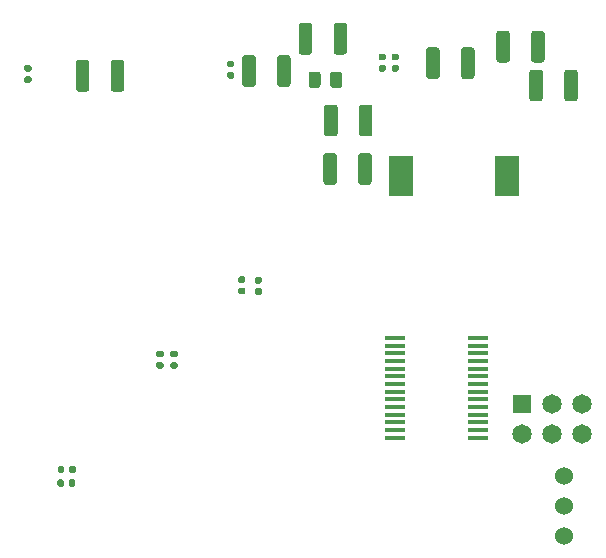
<source format=gbr>
%TF.GenerationSoftware,KiCad,Pcbnew,(5.1.10)-1*%
%TF.CreationDate,2021-06-25T15:36:54-07:00*%
%TF.ProjectId,laser,6c617365-722e-46b6-9963-61645f706362,rev?*%
%TF.SameCoordinates,Original*%
%TF.FileFunction,Soldermask,Bot*%
%TF.FilePolarity,Negative*%
%FSLAX46Y46*%
G04 Gerber Fmt 4.6, Leading zero omitted, Abs format (unit mm)*
G04 Created by KiCad (PCBNEW (5.1.10)-1) date 2021-06-25 15:36:54*
%MOMM*%
%LPD*%
G01*
G04 APERTURE LIST*
%ADD10R,1.650000X1.650000*%
%ADD11C,1.650000*%
%ADD12R,1.800000X0.450000*%
%ADD13R,2.000000X3.500000*%
%ADD14C,1.524000*%
G04 APERTURE END LIST*
D10*
%TO.C,J601*%
X202420000Y-114240000D03*
D11*
X204960000Y-114240000D03*
X207500000Y-114240000D03*
X202420000Y-116780000D03*
X204960000Y-116780000D03*
X207500000Y-116780000D03*
%TD*%
%TO.C,R202*%
G36*
G01*
X186180000Y-87250001D02*
X186180000Y-86349999D01*
G75*
G02*
X186429999Y-86100000I249999J0D01*
G01*
X186955001Y-86100000D01*
G75*
G02*
X187205000Y-86349999I0J-249999D01*
G01*
X187205000Y-87250001D01*
G75*
G02*
X186955001Y-87500000I-249999J0D01*
G01*
X186429999Y-87500000D01*
G75*
G02*
X186180000Y-87250001I0J249999D01*
G01*
G37*
G36*
G01*
X184355000Y-87250001D02*
X184355000Y-86349999D01*
G75*
G02*
X184604999Y-86100000I249999J0D01*
G01*
X185130001Y-86100000D01*
G75*
G02*
X185380000Y-86349999I0J-249999D01*
G01*
X185380000Y-87250001D01*
G75*
G02*
X185130001Y-87500000I-249999J0D01*
G01*
X184604999Y-87500000D01*
G75*
G02*
X184355000Y-87250001I0J249999D01*
G01*
G37*
%TD*%
%TO.C,C211*%
G36*
G01*
X188615000Y-91350001D02*
X188615000Y-89149999D01*
G75*
G02*
X188864999Y-88900000I249999J0D01*
G01*
X189515001Y-88900000D01*
G75*
G02*
X189765000Y-89149999I0J-249999D01*
G01*
X189765000Y-91350001D01*
G75*
G02*
X189515001Y-91600000I-249999J0D01*
G01*
X188864999Y-91600000D01*
G75*
G02*
X188615000Y-91350001I0J249999D01*
G01*
G37*
G36*
G01*
X185665000Y-91350001D02*
X185665000Y-89149999D01*
G75*
G02*
X185914999Y-88900000I249999J0D01*
G01*
X186565001Y-88900000D01*
G75*
G02*
X186815000Y-89149999I0J-249999D01*
G01*
X186815000Y-91350001D01*
G75*
G02*
X186565001Y-91600000I-249999J0D01*
G01*
X185914999Y-91600000D01*
G75*
G02*
X185665000Y-91350001I0J249999D01*
G01*
G37*
%TD*%
%TO.C,C209*%
G36*
G01*
X186755000Y-93249999D02*
X186755000Y-95450001D01*
G75*
G02*
X186505001Y-95700000I-249999J0D01*
G01*
X185854999Y-95700000D01*
G75*
G02*
X185605000Y-95450001I0J249999D01*
G01*
X185605000Y-93249999D01*
G75*
G02*
X185854999Y-93000000I249999J0D01*
G01*
X186505001Y-93000000D01*
G75*
G02*
X186755000Y-93249999I0J-249999D01*
G01*
G37*
G36*
G01*
X189705000Y-93249999D02*
X189705000Y-95450001D01*
G75*
G02*
X189455001Y-95700000I-249999J0D01*
G01*
X188804999Y-95700000D01*
G75*
G02*
X188555000Y-95450001I0J249999D01*
G01*
X188555000Y-93249999D01*
G75*
G02*
X188804999Y-93000000I249999J0D01*
G01*
X189455001Y-93000000D01*
G75*
G02*
X189705000Y-93249999I0J-249999D01*
G01*
G37*
%TD*%
%TO.C,C208*%
G36*
G01*
X186470000Y-84420001D02*
X186470000Y-82219999D01*
G75*
G02*
X186719999Y-81970000I249999J0D01*
G01*
X187370001Y-81970000D01*
G75*
G02*
X187620000Y-82219999I0J-249999D01*
G01*
X187620000Y-84420001D01*
G75*
G02*
X187370001Y-84670000I-249999J0D01*
G01*
X186719999Y-84670000D01*
G75*
G02*
X186470000Y-84420001I0J249999D01*
G01*
G37*
G36*
G01*
X183520000Y-84420001D02*
X183520000Y-82219999D01*
G75*
G02*
X183769999Y-81970000I249999J0D01*
G01*
X184420001Y-81970000D01*
G75*
G02*
X184670000Y-82219999I0J-249999D01*
G01*
X184670000Y-84420001D01*
G75*
G02*
X184420001Y-84670000I-249999J0D01*
G01*
X183769999Y-84670000D01*
G75*
G02*
X183520000Y-84420001I0J249999D01*
G01*
G37*
%TD*%
%TO.C,C204*%
G36*
G01*
X204200000Y-86179999D02*
X204200000Y-88380001D01*
G75*
G02*
X203950001Y-88630000I-249999J0D01*
G01*
X203299999Y-88630000D01*
G75*
G02*
X203050000Y-88380001I0J249999D01*
G01*
X203050000Y-86179999D01*
G75*
G02*
X203299999Y-85930000I249999J0D01*
G01*
X203950001Y-85930000D01*
G75*
G02*
X204200000Y-86179999I0J-249999D01*
G01*
G37*
G36*
G01*
X207150000Y-86179999D02*
X207150000Y-88380001D01*
G75*
G02*
X206900001Y-88630000I-249999J0D01*
G01*
X206249999Y-88630000D01*
G75*
G02*
X206000000Y-88380001I0J249999D01*
G01*
X206000000Y-86179999D01*
G75*
G02*
X206249999Y-85930000I249999J0D01*
G01*
X206900001Y-85930000D01*
G75*
G02*
X207150000Y-86179999I0J-249999D01*
G01*
G37*
%TD*%
%TO.C,C202*%
G36*
G01*
X195460000Y-84289999D02*
X195460000Y-86490001D01*
G75*
G02*
X195210001Y-86740000I-249999J0D01*
G01*
X194559999Y-86740000D01*
G75*
G02*
X194310000Y-86490001I0J249999D01*
G01*
X194310000Y-84289999D01*
G75*
G02*
X194559999Y-84040000I249999J0D01*
G01*
X195210001Y-84040000D01*
G75*
G02*
X195460000Y-84289999I0J-249999D01*
G01*
G37*
G36*
G01*
X198410000Y-84289999D02*
X198410000Y-86490001D01*
G75*
G02*
X198160001Y-86740000I-249999J0D01*
G01*
X197509999Y-86740000D01*
G75*
G02*
X197260000Y-86490001I0J249999D01*
G01*
X197260000Y-84289999D01*
G75*
G02*
X197509999Y-84040000I249999J0D01*
G01*
X198160001Y-84040000D01*
G75*
G02*
X198410000Y-84289999I0J-249999D01*
G01*
G37*
%TD*%
%TO.C,C201*%
G36*
G01*
X203200000Y-85100001D02*
X203200000Y-82899999D01*
G75*
G02*
X203449999Y-82650000I249999J0D01*
G01*
X204100001Y-82650000D01*
G75*
G02*
X204350000Y-82899999I0J-249999D01*
G01*
X204350000Y-85100001D01*
G75*
G02*
X204100001Y-85350000I-249999J0D01*
G01*
X203449999Y-85350000D01*
G75*
G02*
X203200000Y-85100001I0J249999D01*
G01*
G37*
G36*
G01*
X200250000Y-85100001D02*
X200250000Y-82899999D01*
G75*
G02*
X200499999Y-82650000I249999J0D01*
G01*
X201150001Y-82650000D01*
G75*
G02*
X201400000Y-82899999I0J-249999D01*
G01*
X201400000Y-85100001D01*
G75*
G02*
X201150001Y-85350000I-249999J0D01*
G01*
X200499999Y-85350000D01*
G75*
G02*
X200250000Y-85100001I0J249999D01*
G01*
G37*
%TD*%
%TO.C,C505*%
G36*
G01*
X171600000Y-109740000D02*
X171940000Y-109740000D01*
G75*
G02*
X172080000Y-109880000I0J-140000D01*
G01*
X172080000Y-110160000D01*
G75*
G02*
X171940000Y-110300000I-140000J0D01*
G01*
X171600000Y-110300000D01*
G75*
G02*
X171460000Y-110160000I0J140000D01*
G01*
X171460000Y-109880000D01*
G75*
G02*
X171600000Y-109740000I140000J0D01*
G01*
G37*
G36*
G01*
X171600000Y-110700000D02*
X171940000Y-110700000D01*
G75*
G02*
X172080000Y-110840000I0J-140000D01*
G01*
X172080000Y-111120000D01*
G75*
G02*
X171940000Y-111260000I-140000J0D01*
G01*
X171600000Y-111260000D01*
G75*
G02*
X171460000Y-111120000I0J140000D01*
G01*
X171460000Y-110840000D01*
G75*
G02*
X171600000Y-110700000I140000J0D01*
G01*
G37*
%TD*%
%TO.C,C506*%
G36*
G01*
X178530000Y-104400000D02*
X178870000Y-104400000D01*
G75*
G02*
X179010000Y-104540000I0J-140000D01*
G01*
X179010000Y-104820000D01*
G75*
G02*
X178870000Y-104960000I-140000J0D01*
G01*
X178530000Y-104960000D01*
G75*
G02*
X178390000Y-104820000I0J140000D01*
G01*
X178390000Y-104540000D01*
G75*
G02*
X178530000Y-104400000I140000J0D01*
G01*
G37*
G36*
G01*
X178530000Y-103440000D02*
X178870000Y-103440000D01*
G75*
G02*
X179010000Y-103580000I0J-140000D01*
G01*
X179010000Y-103860000D01*
G75*
G02*
X178870000Y-104000000I-140000J0D01*
G01*
X178530000Y-104000000D01*
G75*
G02*
X178390000Y-103860000I0J140000D01*
G01*
X178390000Y-103580000D01*
G75*
G02*
X178530000Y-103440000I140000J0D01*
G01*
G37*
%TD*%
%TO.C,C206*%
G36*
G01*
X190770000Y-85150000D02*
X190430000Y-85150000D01*
G75*
G02*
X190290000Y-85010000I0J140000D01*
G01*
X190290000Y-84730000D01*
G75*
G02*
X190430000Y-84590000I140000J0D01*
G01*
X190770000Y-84590000D01*
G75*
G02*
X190910000Y-84730000I0J-140000D01*
G01*
X190910000Y-85010000D01*
G75*
G02*
X190770000Y-85150000I-140000J0D01*
G01*
G37*
G36*
G01*
X190770000Y-86110000D02*
X190430000Y-86110000D01*
G75*
G02*
X190290000Y-85970000I0J140000D01*
G01*
X190290000Y-85690000D01*
G75*
G02*
X190430000Y-85550000I140000J0D01*
G01*
X190770000Y-85550000D01*
G75*
G02*
X190910000Y-85690000I0J-140000D01*
G01*
X190910000Y-85970000D01*
G75*
G02*
X190770000Y-86110000I-140000J0D01*
G01*
G37*
%TD*%
%TO.C,C210*%
G36*
G01*
X191870000Y-86110000D02*
X191530000Y-86110000D01*
G75*
G02*
X191390000Y-85970000I0J140000D01*
G01*
X191390000Y-85690000D01*
G75*
G02*
X191530000Y-85550000I140000J0D01*
G01*
X191870000Y-85550000D01*
G75*
G02*
X192010000Y-85690000I0J-140000D01*
G01*
X192010000Y-85970000D01*
G75*
G02*
X191870000Y-86110000I-140000J0D01*
G01*
G37*
G36*
G01*
X191870000Y-85150000D02*
X191530000Y-85150000D01*
G75*
G02*
X191390000Y-85010000I0J140000D01*
G01*
X191390000Y-84730000D01*
G75*
G02*
X191530000Y-84590000I140000J0D01*
G01*
X191870000Y-84590000D01*
G75*
G02*
X192010000Y-84730000I0J-140000D01*
G01*
X192010000Y-85010000D01*
G75*
G02*
X191870000Y-85150000I-140000J0D01*
G01*
G37*
%TD*%
%TO.C,C307*%
G36*
G01*
X160760000Y-86110000D02*
X160420000Y-86110000D01*
G75*
G02*
X160280000Y-85970000I0J140000D01*
G01*
X160280000Y-85690000D01*
G75*
G02*
X160420000Y-85550000I140000J0D01*
G01*
X160760000Y-85550000D01*
G75*
G02*
X160900000Y-85690000I0J-140000D01*
G01*
X160900000Y-85970000D01*
G75*
G02*
X160760000Y-86110000I-140000J0D01*
G01*
G37*
G36*
G01*
X160760000Y-87070000D02*
X160420000Y-87070000D01*
G75*
G02*
X160280000Y-86930000I0J140000D01*
G01*
X160280000Y-86650000D01*
G75*
G02*
X160420000Y-86510000I140000J0D01*
G01*
X160760000Y-86510000D01*
G75*
G02*
X160900000Y-86650000I0J-140000D01*
G01*
X160900000Y-86930000D01*
G75*
G02*
X160760000Y-87070000I-140000J0D01*
G01*
G37*
%TD*%
%TO.C,C308*%
G36*
G01*
X177930000Y-85740000D02*
X177590000Y-85740000D01*
G75*
G02*
X177450000Y-85600000I0J140000D01*
G01*
X177450000Y-85320000D01*
G75*
G02*
X177590000Y-85180000I140000J0D01*
G01*
X177930000Y-85180000D01*
G75*
G02*
X178070000Y-85320000I0J-140000D01*
G01*
X178070000Y-85600000D01*
G75*
G02*
X177930000Y-85740000I-140000J0D01*
G01*
G37*
G36*
G01*
X177930000Y-86700000D02*
X177590000Y-86700000D01*
G75*
G02*
X177450000Y-86560000I0J140000D01*
G01*
X177450000Y-86280000D01*
G75*
G02*
X177590000Y-86140000I140000J0D01*
G01*
X177930000Y-86140000D01*
G75*
G02*
X178070000Y-86280000I0J-140000D01*
G01*
X178070000Y-86560000D01*
G75*
G02*
X177930000Y-86700000I-140000J0D01*
G01*
G37*
%TD*%
%TO.C,C403*%
G36*
G01*
X164630000Y-119620000D02*
X164630000Y-119960000D01*
G75*
G02*
X164490000Y-120100000I-140000J0D01*
G01*
X164210000Y-120100000D01*
G75*
G02*
X164070000Y-119960000I0J140000D01*
G01*
X164070000Y-119620000D01*
G75*
G02*
X164210000Y-119480000I140000J0D01*
G01*
X164490000Y-119480000D01*
G75*
G02*
X164630000Y-119620000I0J-140000D01*
G01*
G37*
G36*
G01*
X163670000Y-119620000D02*
X163670000Y-119960000D01*
G75*
G02*
X163530000Y-120100000I-140000J0D01*
G01*
X163250000Y-120100000D01*
G75*
G02*
X163110000Y-119960000I0J140000D01*
G01*
X163110000Y-119620000D01*
G75*
G02*
X163250000Y-119480000I140000J0D01*
G01*
X163530000Y-119480000D01*
G75*
G02*
X163670000Y-119620000I0J-140000D01*
G01*
G37*
%TD*%
%TO.C,C404*%
G36*
G01*
X163640000Y-120780000D02*
X163640000Y-121120000D01*
G75*
G02*
X163500000Y-121260000I-140000J0D01*
G01*
X163220000Y-121260000D01*
G75*
G02*
X163080000Y-121120000I0J140000D01*
G01*
X163080000Y-120780000D01*
G75*
G02*
X163220000Y-120640000I140000J0D01*
G01*
X163500000Y-120640000D01*
G75*
G02*
X163640000Y-120780000I0J-140000D01*
G01*
G37*
G36*
G01*
X164600000Y-120780000D02*
X164600000Y-121120000D01*
G75*
G02*
X164460000Y-121260000I-140000J0D01*
G01*
X164180000Y-121260000D01*
G75*
G02*
X164040000Y-121120000I0J140000D01*
G01*
X164040000Y-120780000D01*
G75*
G02*
X164180000Y-120640000I140000J0D01*
G01*
X164460000Y-120640000D01*
G75*
G02*
X164600000Y-120780000I0J-140000D01*
G01*
G37*
%TD*%
%TO.C,C504*%
G36*
G01*
X172800000Y-109750000D02*
X173140000Y-109750000D01*
G75*
G02*
X173280000Y-109890000I0J-140000D01*
G01*
X173280000Y-110170000D01*
G75*
G02*
X173140000Y-110310000I-140000J0D01*
G01*
X172800000Y-110310000D01*
G75*
G02*
X172660000Y-110170000I0J140000D01*
G01*
X172660000Y-109890000D01*
G75*
G02*
X172800000Y-109750000I140000J0D01*
G01*
G37*
G36*
G01*
X172800000Y-110710000D02*
X173140000Y-110710000D01*
G75*
G02*
X173280000Y-110850000I0J-140000D01*
G01*
X173280000Y-111130000D01*
G75*
G02*
X173140000Y-111270000I-140000J0D01*
G01*
X172800000Y-111270000D01*
G75*
G02*
X172660000Y-111130000I0J140000D01*
G01*
X172660000Y-110850000D01*
G75*
G02*
X172800000Y-110710000I140000J0D01*
G01*
G37*
%TD*%
%TO.C,C507*%
G36*
G01*
X179930000Y-103490000D02*
X180270000Y-103490000D01*
G75*
G02*
X180410000Y-103630000I0J-140000D01*
G01*
X180410000Y-103910000D01*
G75*
G02*
X180270000Y-104050000I-140000J0D01*
G01*
X179930000Y-104050000D01*
G75*
G02*
X179790000Y-103910000I0J140000D01*
G01*
X179790000Y-103630000D01*
G75*
G02*
X179930000Y-103490000I140000J0D01*
G01*
G37*
G36*
G01*
X179930000Y-104450000D02*
X180270000Y-104450000D01*
G75*
G02*
X180410000Y-104590000I0J-140000D01*
G01*
X180410000Y-104870000D01*
G75*
G02*
X180270000Y-105010000I-140000J0D01*
G01*
X179930000Y-105010000D01*
G75*
G02*
X179790000Y-104870000I0J140000D01*
G01*
X179790000Y-104590000D01*
G75*
G02*
X179930000Y-104450000I140000J0D01*
G01*
G37*
%TD*%
D12*
%TO.C,IC602*%
X191640000Y-117115000D03*
X191640000Y-116465000D03*
X191640000Y-115815000D03*
X191640000Y-115165000D03*
X191640000Y-114515000D03*
X191640000Y-113865000D03*
X191640000Y-113215000D03*
X191640000Y-112565000D03*
X191640000Y-111915000D03*
X191640000Y-111265000D03*
X191640000Y-110615000D03*
X191640000Y-109965000D03*
X191640000Y-109315000D03*
X191640000Y-108665000D03*
X198740000Y-108665000D03*
X198740000Y-109315000D03*
X198740000Y-109965000D03*
X198740000Y-110615000D03*
X198740000Y-111265000D03*
X198740000Y-111915000D03*
X198740000Y-112565000D03*
X198740000Y-113215000D03*
X198740000Y-113865000D03*
X198740000Y-114515000D03*
X198740000Y-115165000D03*
X198740000Y-115815000D03*
X198740000Y-116465000D03*
X198740000Y-117115000D03*
%TD*%
D13*
%TO.C,L201*%
X201160000Y-94970000D03*
X192160000Y-94970000D03*
%TD*%
D14*
%TO.C,U101*%
X206000000Y-120320000D03*
X206000000Y-122860000D03*
X206000000Y-125400000D03*
%TD*%
%TO.C,C305*%
G36*
G01*
X168750000Y-85359999D02*
X168750000Y-87560001D01*
G75*
G02*
X168500001Y-87810000I-249999J0D01*
G01*
X167849999Y-87810000D01*
G75*
G02*
X167600000Y-87560001I0J249999D01*
G01*
X167600000Y-85359999D01*
G75*
G02*
X167849999Y-85110000I249999J0D01*
G01*
X168500001Y-85110000D01*
G75*
G02*
X168750000Y-85359999I0J-249999D01*
G01*
G37*
G36*
G01*
X165800000Y-85359999D02*
X165800000Y-87560001D01*
G75*
G02*
X165550001Y-87810000I-249999J0D01*
G01*
X164899999Y-87810000D01*
G75*
G02*
X164650000Y-87560001I0J249999D01*
G01*
X164650000Y-85359999D01*
G75*
G02*
X164899999Y-85110000I249999J0D01*
G01*
X165550001Y-85110000D01*
G75*
G02*
X165800000Y-85359999I0J-249999D01*
G01*
G37*
%TD*%
%TO.C,C306*%
G36*
G01*
X179890000Y-84949999D02*
X179890000Y-87150001D01*
G75*
G02*
X179640001Y-87400000I-249999J0D01*
G01*
X178989999Y-87400000D01*
G75*
G02*
X178740000Y-87150001I0J249999D01*
G01*
X178740000Y-84949999D01*
G75*
G02*
X178989999Y-84700000I249999J0D01*
G01*
X179640001Y-84700000D01*
G75*
G02*
X179890000Y-84949999I0J-249999D01*
G01*
G37*
G36*
G01*
X182840000Y-84949999D02*
X182840000Y-87150001D01*
G75*
G02*
X182590001Y-87400000I-249999J0D01*
G01*
X181939999Y-87400000D01*
G75*
G02*
X181690000Y-87150001I0J249999D01*
G01*
X181690000Y-84949999D01*
G75*
G02*
X181939999Y-84700000I249999J0D01*
G01*
X182590001Y-84700000D01*
G75*
G02*
X182840000Y-84949999I0J-249999D01*
G01*
G37*
%TD*%
M02*

</source>
